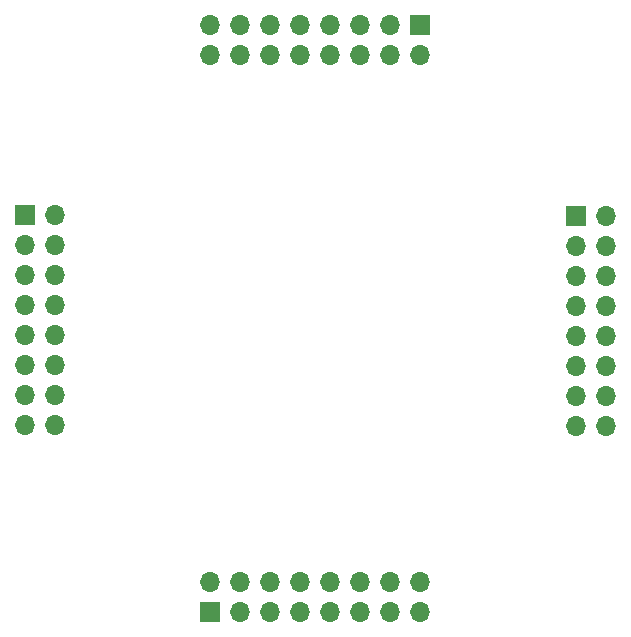
<source format=gbr>
%TF.GenerationSoftware,KiCad,Pcbnew,6.0.7+dfsg-1~bpo11+1*%
%TF.CreationDate,2022-10-12T23:47:36+02:00*%
%TF.ProjectId,vertExpIO_00,76657274-4578-4704-994f-5f30302e6b69,rev?*%
%TF.SameCoordinates,Original*%
%TF.FileFunction,Soldermask,Bot*%
%TF.FilePolarity,Negative*%
%FSLAX46Y46*%
G04 Gerber Fmt 4.6, Leading zero omitted, Abs format (unit mm)*
G04 Created by KiCad (PCBNEW 6.0.7+dfsg-1~bpo11+1) date 2022-10-12 23:47:36*
%MOMM*%
%LPD*%
G01*
G04 APERTURE LIST*
%ADD10R,1.700000X1.700000*%
%ADD11O,1.700000X1.700000*%
G04 APERTURE END LIST*
D10*
%TO.C,J3*%
X169072500Y-91865000D03*
D11*
X171612500Y-91865000D03*
X169072500Y-94405000D03*
X171612500Y-94405000D03*
X169072500Y-96945000D03*
X171612500Y-96945000D03*
X169072500Y-99485000D03*
X171612500Y-99485000D03*
X169072500Y-102025000D03*
X171612500Y-102025000D03*
X169072500Y-104565000D03*
X171612500Y-104565000D03*
X169072500Y-107105000D03*
X171612500Y-107105000D03*
X169072500Y-109645000D03*
X171612500Y-109645000D03*
%TD*%
D10*
%TO.C,J4*%
X122417500Y-91820000D03*
D11*
X124957500Y-91820000D03*
X122417500Y-94360000D03*
X124957500Y-94360000D03*
X122417500Y-96900000D03*
X124957500Y-96900000D03*
X122417500Y-99440000D03*
X124957500Y-99440000D03*
X122417500Y-101980000D03*
X124957500Y-101980000D03*
X122417500Y-104520000D03*
X124957500Y-104520000D03*
X122417500Y-107060000D03*
X124957500Y-107060000D03*
X122417500Y-109600000D03*
X124957500Y-109600000D03*
%TD*%
D10*
%TO.C,J1*%
X155852500Y-75730000D03*
D11*
X155852500Y-78270000D03*
X153312500Y-75730000D03*
X153312500Y-78270000D03*
X150772500Y-75730000D03*
X150772500Y-78270000D03*
X148232500Y-75730000D03*
X148232500Y-78270000D03*
X145692500Y-75730000D03*
X145692500Y-78270000D03*
X143152500Y-75730000D03*
X143152500Y-78270000D03*
X140612500Y-75730000D03*
X140612500Y-78270000D03*
X138072500Y-75730000D03*
X138072500Y-78270000D03*
%TD*%
D10*
%TO.C,J2*%
X138072500Y-125395000D03*
D11*
X138072500Y-122855000D03*
X140612500Y-125395000D03*
X140612500Y-122855000D03*
X143152500Y-125395000D03*
X143152500Y-122855000D03*
X145692500Y-125395000D03*
X145692500Y-122855000D03*
X148232500Y-125395000D03*
X148232500Y-122855000D03*
X150772500Y-125395000D03*
X150772500Y-122855000D03*
X153312500Y-125395000D03*
X153312500Y-122855000D03*
X155852500Y-125395000D03*
X155852500Y-122855000D03*
%TD*%
M02*

</source>
